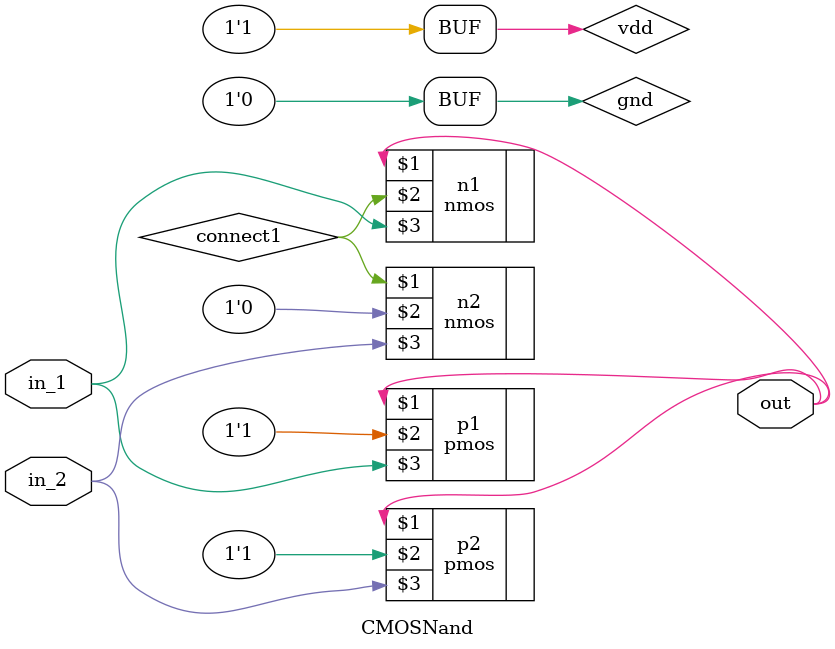
<source format=v>

module CMOSNand(in_1, in_2, out);

	// Declaring the inputs
	input in_1, in_2;
	output out;

	// Power supply declaration
	supply1 vdd;
	supply0 gnd;

	// Interconnects
	wire connect1;

	// Nand Gate Body
	pmos p1(out, vdd, in_1);
	pmos p2(out, vdd, in_2);
	
	nmos n1(out, connect1, in_1);
	nmos n2(connect1, gnd, in_2);

endmodule

</source>
